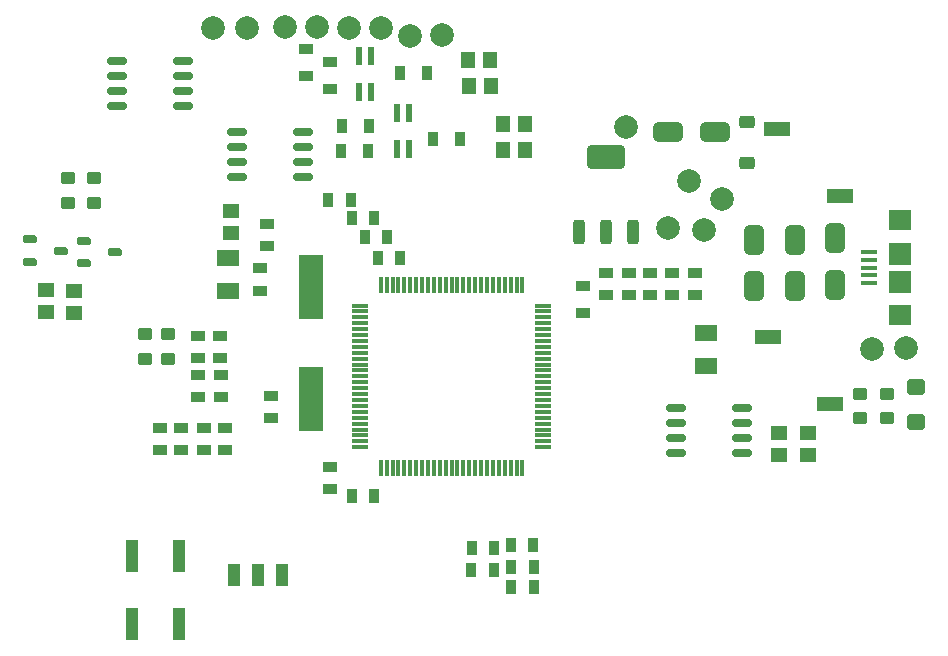
<source format=gtp>
G04*
G04 #@! TF.GenerationSoftware,Altium Limited,Altium Designer,23.11.1 (41)*
G04*
G04 Layer_Color=8421504*
%FSLAX44Y44*%
%MOMM*%
G71*
G04*
G04 #@! TF.SameCoordinates,4CE7A35D-70A9-472E-BD1E-F3F5204FB4D5*
G04*
G04*
G04 #@! TF.FilePolarity,Positive*
G04*
G01*
G75*
%ADD17R,2.0000X5.5000*%
%ADD18R,1.3000X0.9000*%
%ADD19R,0.9000X1.3000*%
%ADD20R,1.0000X2.7500*%
G04:AMPARAMS|DCode=21|XSize=0.65mm|YSize=1.2mm|CornerRadius=0.1625mm|HoleSize=0mm|Usage=FLASHONLY|Rotation=90.000|XOffset=0mm|YOffset=0mm|HoleType=Round|Shape=RoundedRectangle|*
%AMROUNDEDRECTD21*
21,1,0.6500,0.8750,0,0,90.0*
21,1,0.3250,1.2000,0,0,90.0*
1,1,0.3250,0.4375,0.1625*
1,1,0.3250,0.4375,-0.1625*
1,1,0.3250,-0.4375,-0.1625*
1,1,0.3250,-0.4375,0.1625*
%
%ADD21ROUNDEDRECTD21*%
G04:AMPARAMS|DCode=22|XSize=1.2mm|YSize=1.1mm|CornerRadius=0.275mm|HoleSize=0mm|Usage=FLASHONLY|Rotation=180.000|XOffset=0mm|YOffset=0mm|HoleType=Round|Shape=RoundedRectangle|*
%AMROUNDEDRECTD22*
21,1,1.2000,0.5500,0,0,180.0*
21,1,0.6500,1.1000,0,0,180.0*
1,1,0.5500,-0.3250,0.2750*
1,1,0.5500,0.3250,0.2750*
1,1,0.5500,0.3250,-0.2750*
1,1,0.5500,-0.3250,-0.2750*
%
%ADD22ROUNDEDRECTD22*%
%ADD23R,1.3500X1.1500*%
%ADD24C,2.0000*%
%ADD25R,1.1500X1.3500*%
%ADD26R,0.3000X1.4750*%
%ADD27R,1.4750X0.3000*%
%ADD28R,1.9500X1.4000*%
%ADD29R,0.5500X1.5000*%
G04:AMPARAMS|DCode=30|XSize=0.65mm|YSize=1.7mm|CornerRadius=0.1625mm|HoleSize=0mm|Usage=FLASHONLY|Rotation=90.000|XOffset=0mm|YOffset=0mm|HoleType=Round|Shape=RoundedRectangle|*
%AMROUNDEDRECTD30*
21,1,0.6500,1.3750,0,0,90.0*
21,1,0.3250,1.7000,0,0,90.0*
1,1,0.3250,0.6875,0.1625*
1,1,0.3250,0.6875,-0.1625*
1,1,0.3250,-0.6875,-0.1625*
1,1,0.3250,-0.6875,0.1625*
%
%ADD30ROUNDEDRECTD30*%
G04:AMPARAMS|DCode=31|XSize=1.7mm|YSize=2.5mm|CornerRadius=0.425mm|HoleSize=0mm|Usage=FLASHONLY|Rotation=270.000|XOffset=0mm|YOffset=0mm|HoleType=Round|Shape=RoundedRectangle|*
%AMROUNDEDRECTD31*
21,1,1.7000,1.6500,0,0,270.0*
21,1,0.8500,2.5000,0,0,270.0*
1,1,0.8500,-0.8250,-0.4250*
1,1,0.8500,-0.8250,0.4250*
1,1,0.8500,0.8250,0.4250*
1,1,0.8500,0.8250,-0.4250*
%
%ADD31ROUNDEDRECTD31*%
%ADD32R,2.2000X1.3000*%
G04:AMPARAMS|DCode=33|XSize=1.3mm|YSize=1.1mm|CornerRadius=0.275mm|HoleSize=0mm|Usage=FLASHONLY|Rotation=180.000|XOffset=0mm|YOffset=0mm|HoleType=Round|Shape=RoundedRectangle|*
%AMROUNDEDRECTD33*
21,1,1.3000,0.5500,0,0,180.0*
21,1,0.7500,1.1000,0,0,180.0*
1,1,0.5500,-0.3750,0.2750*
1,1,0.5500,0.3750,0.2750*
1,1,0.5500,0.3750,-0.2750*
1,1,0.5500,-0.3750,-0.2750*
%
%ADD33ROUNDEDRECTD33*%
%ADD34R,1.0000X1.9000*%
%ADD35R,1.9000X1.9000*%
%ADD36R,1.9000X1.8000*%
%ADD37R,1.3500X0.4000*%
G04:AMPARAMS|DCode=38|XSize=1.7mm|YSize=2.5mm|CornerRadius=0.425mm|HoleSize=0mm|Usage=FLASHONLY|Rotation=180.000|XOffset=0mm|YOffset=0mm|HoleType=Round|Shape=RoundedRectangle|*
%AMROUNDEDRECTD38*
21,1,1.7000,1.6500,0,0,180.0*
21,1,0.8500,2.5000,0,0,180.0*
1,1,0.8500,-0.4250,0.8250*
1,1,0.8500,0.4250,0.8250*
1,1,0.8500,0.4250,-0.8250*
1,1,0.8500,-0.4250,-0.8250*
%
%ADD38ROUNDEDRECTD38*%
G04:AMPARAMS|DCode=39|XSize=1mm|YSize=2.1mm|CornerRadius=0.25mm|HoleSize=0mm|Usage=FLASHONLY|Rotation=180.000|XOffset=0mm|YOffset=0mm|HoleType=Round|Shape=RoundedRectangle|*
%AMROUNDEDRECTD39*
21,1,1.0000,1.6000,0,0,180.0*
21,1,0.5000,2.1000,0,0,180.0*
1,1,0.5000,-0.2500,0.8000*
1,1,0.5000,0.2500,0.8000*
1,1,0.5000,0.2500,-0.8000*
1,1,0.5000,-0.2500,-0.8000*
%
%ADD39ROUNDEDRECTD39*%
G04:AMPARAMS|DCode=40|XSize=3.3mm|YSize=2.1mm|CornerRadius=0.525mm|HoleSize=0mm|Usage=FLASHONLY|Rotation=180.000|XOffset=0mm|YOffset=0mm|HoleType=Round|Shape=RoundedRectangle|*
%AMROUNDEDRECTD40*
21,1,3.3000,1.0500,0,0,180.0*
21,1,2.2500,2.1000,0,0,180.0*
1,1,1.0500,-1.1250,0.5250*
1,1,1.0500,1.1250,0.5250*
1,1,1.0500,1.1250,-0.5250*
1,1,1.0500,-1.1250,-0.5250*
%
%ADD40ROUNDEDRECTD40*%
G04:AMPARAMS|DCode=41|XSize=1.6mm|YSize=1.4mm|CornerRadius=0.35mm|HoleSize=0mm|Usage=FLASHONLY|Rotation=180.000|XOffset=0mm|YOffset=0mm|HoleType=Round|Shape=RoundedRectangle|*
%AMROUNDEDRECTD41*
21,1,1.6000,0.7000,0,0,180.0*
21,1,0.9000,1.4000,0,0,180.0*
1,1,0.7000,-0.4500,0.3500*
1,1,0.7000,0.4500,0.3500*
1,1,0.7000,0.4500,-0.3500*
1,1,0.7000,-0.4500,-0.3500*
%
%ADD41ROUNDEDRECTD41*%
D17*
X272000Y359000D02*
D03*
Y264000D02*
D03*
D18*
X162000Y239500D02*
D03*
Y220500D02*
D03*
X144000Y239500D02*
D03*
Y220500D02*
D03*
X199000Y239500D02*
D03*
Y220500D02*
D03*
X181000Y239500D02*
D03*
Y220500D02*
D03*
X288000Y206500D02*
D03*
Y187500D02*
D03*
X235000Y412000D02*
D03*
Y393000D02*
D03*
X288000Y526500D02*
D03*
Y549500D02*
D03*
X196000Y284500D02*
D03*
Y265500D02*
D03*
X176000Y284500D02*
D03*
Y265500D02*
D03*
X176000Y317500D02*
D03*
Y298500D02*
D03*
X195000Y317500D02*
D03*
Y298500D02*
D03*
X268000Y537500D02*
D03*
Y560500D02*
D03*
X502000Y336500D02*
D03*
Y359500D02*
D03*
X229000Y374500D02*
D03*
Y355500D02*
D03*
X238000Y266500D02*
D03*
Y247500D02*
D03*
X559000Y351500D02*
D03*
Y370500D02*
D03*
X597000Y351500D02*
D03*
Y370500D02*
D03*
X578000Y351500D02*
D03*
Y370500D02*
D03*
X541000Y351500D02*
D03*
Y370500D02*
D03*
X522000Y351500D02*
D03*
Y370500D02*
D03*
D19*
X305500Y432000D02*
D03*
X286500D02*
D03*
X325500Y417000D02*
D03*
X306500D02*
D03*
X306500Y182000D02*
D03*
X325500D02*
D03*
X317500Y401000D02*
D03*
X336500D02*
D03*
X328500Y383000D02*
D03*
X347500D02*
D03*
X427000Y138000D02*
D03*
X408000D02*
D03*
X426500Y119000D02*
D03*
X407500D02*
D03*
X460500Y105000D02*
D03*
X441500D02*
D03*
X460500Y122000D02*
D03*
X441500D02*
D03*
X460000Y140000D02*
D03*
X441000D02*
D03*
X297500Y474000D02*
D03*
X320500D02*
D03*
X370500Y540000D02*
D03*
X347500D02*
D03*
X398500Y484000D02*
D03*
X375500D02*
D03*
X298000Y495000D02*
D03*
X321000D02*
D03*
D20*
X120000Y73250D02*
D03*
Y130750D02*
D03*
X160000Y73250D02*
D03*
Y130750D02*
D03*
D21*
X80000Y398032D02*
D03*
Y379032D02*
D03*
X106000Y388532D02*
D03*
X34000Y399032D02*
D03*
Y380032D02*
D03*
X60000Y389532D02*
D03*
D22*
X88000Y430032D02*
D03*
Y451032D02*
D03*
X66000Y430032D02*
D03*
Y451032D02*
D03*
X151000Y318500D02*
D03*
Y297500D02*
D03*
X131000Y318500D02*
D03*
Y297500D02*
D03*
X760000Y247500D02*
D03*
Y268500D02*
D03*
X737000Y247500D02*
D03*
Y268500D02*
D03*
D23*
X48000Y337282D02*
D03*
Y355782D02*
D03*
X71000Y337032D02*
D03*
Y355532D02*
D03*
X204000Y423250D02*
D03*
Y404750D02*
D03*
X668000Y235250D02*
D03*
Y216750D02*
D03*
X693000D02*
D03*
Y235250D02*
D03*
D24*
X189000Y578000D02*
D03*
X218000D02*
D03*
X250000Y579000D02*
D03*
X277000D02*
D03*
X383000Y572000D02*
D03*
X356000Y571000D02*
D03*
X331000Y578000D02*
D03*
X304000D02*
D03*
X605000Y407000D02*
D03*
X592000Y448000D02*
D03*
X747000Y306000D02*
D03*
X776000Y307000D02*
D03*
X620000Y433000D02*
D03*
X574000Y409000D02*
D03*
X539000Y494000D02*
D03*
D25*
X423250Y551000D02*
D03*
X404750D02*
D03*
X424250Y529000D02*
D03*
X405750D02*
D03*
X453250Y497000D02*
D03*
X434750D02*
D03*
X453250Y475000D02*
D03*
X434750D02*
D03*
D26*
X331000Y360380D02*
D03*
X336000D02*
D03*
X341000D02*
D03*
X346000D02*
D03*
X351000D02*
D03*
X356000D02*
D03*
X361000D02*
D03*
X366000D02*
D03*
X371000D02*
D03*
X376000D02*
D03*
X381000D02*
D03*
X386000D02*
D03*
X391000D02*
D03*
X396000D02*
D03*
X401000D02*
D03*
X406000D02*
D03*
X411000D02*
D03*
X416000D02*
D03*
X421000D02*
D03*
X426000D02*
D03*
X431000D02*
D03*
X436000D02*
D03*
X441000D02*
D03*
X446000D02*
D03*
X451000D02*
D03*
Y205620D02*
D03*
X446000D02*
D03*
X441000D02*
D03*
X436000D02*
D03*
X431000D02*
D03*
X426000D02*
D03*
X421000D02*
D03*
X416000D02*
D03*
X411000D02*
D03*
X406000D02*
D03*
X401000D02*
D03*
X396000D02*
D03*
X391000D02*
D03*
X386000D02*
D03*
X381000D02*
D03*
X376000D02*
D03*
X371000D02*
D03*
X366000D02*
D03*
X361000D02*
D03*
X356000D02*
D03*
X351000D02*
D03*
X346000D02*
D03*
X341000D02*
D03*
X336000D02*
D03*
X331000D02*
D03*
D27*
X468380Y343000D02*
D03*
Y338000D02*
D03*
Y333000D02*
D03*
Y328000D02*
D03*
Y323000D02*
D03*
Y318000D02*
D03*
Y313000D02*
D03*
Y308000D02*
D03*
Y303000D02*
D03*
Y298000D02*
D03*
Y293000D02*
D03*
Y288000D02*
D03*
Y283000D02*
D03*
Y278000D02*
D03*
Y273000D02*
D03*
Y268000D02*
D03*
Y263000D02*
D03*
Y258000D02*
D03*
Y253000D02*
D03*
Y248000D02*
D03*
Y243000D02*
D03*
Y238000D02*
D03*
Y233000D02*
D03*
Y228000D02*
D03*
Y223000D02*
D03*
X313620D02*
D03*
Y228000D02*
D03*
Y233000D02*
D03*
Y238000D02*
D03*
Y243000D02*
D03*
Y248000D02*
D03*
Y253000D02*
D03*
Y258000D02*
D03*
Y263000D02*
D03*
Y268000D02*
D03*
Y273000D02*
D03*
Y278000D02*
D03*
Y283000D02*
D03*
Y288000D02*
D03*
Y293000D02*
D03*
Y298000D02*
D03*
Y303000D02*
D03*
Y308000D02*
D03*
Y313000D02*
D03*
Y318000D02*
D03*
Y323000D02*
D03*
Y328000D02*
D03*
Y333000D02*
D03*
Y338000D02*
D03*
Y343000D02*
D03*
D28*
X606000Y320000D02*
D03*
Y292000D02*
D03*
X202000Y383000D02*
D03*
Y355000D02*
D03*
D29*
X323000Y523750D02*
D03*
X313000Y554250D02*
D03*
X323000D02*
D03*
X313000Y523750D02*
D03*
X345000Y506250D02*
D03*
X355000Y475750D02*
D03*
X345000D02*
D03*
X355000Y506250D02*
D03*
D30*
X108000Y550050D02*
D03*
Y537350D02*
D03*
Y524650D02*
D03*
Y511950D02*
D03*
X164000Y550050D02*
D03*
Y537350D02*
D03*
Y524650D02*
D03*
Y511950D02*
D03*
X209000Y490050D02*
D03*
Y477350D02*
D03*
Y464650D02*
D03*
Y451950D02*
D03*
X265000Y490050D02*
D03*
Y477350D02*
D03*
Y464650D02*
D03*
Y451950D02*
D03*
X581000Y256100D02*
D03*
Y243400D02*
D03*
Y230700D02*
D03*
Y218000D02*
D03*
X637000Y256100D02*
D03*
Y243400D02*
D03*
Y230700D02*
D03*
Y218000D02*
D03*
D31*
X613750Y490000D02*
D03*
X574250D02*
D03*
D32*
X666500Y492250D02*
D03*
X719433Y435683D02*
D03*
X711433Y259683D02*
D03*
X658500Y316250D02*
D03*
D33*
X641000Y498500D02*
D03*
Y463500D02*
D03*
D34*
X247000Y114500D02*
D03*
X227000D02*
D03*
X207000D02*
D03*
D35*
X771000Y363000D02*
D03*
Y387000D02*
D03*
D36*
Y335000D02*
D03*
Y415000D02*
D03*
D37*
X744250Y362000D02*
D03*
Y388000D02*
D03*
Y368500D02*
D03*
Y375000D02*
D03*
Y381500D02*
D03*
D38*
X682000Y398750D02*
D03*
Y359250D02*
D03*
X647000Y398750D02*
D03*
Y359250D02*
D03*
X716000Y399750D02*
D03*
Y360250D02*
D03*
D39*
X499000Y405500D02*
D03*
X522000D02*
D03*
X545000D02*
D03*
D40*
X522000Y468500D02*
D03*
D41*
X784000Y274000D02*
D03*
Y244000D02*
D03*
M02*

</source>
